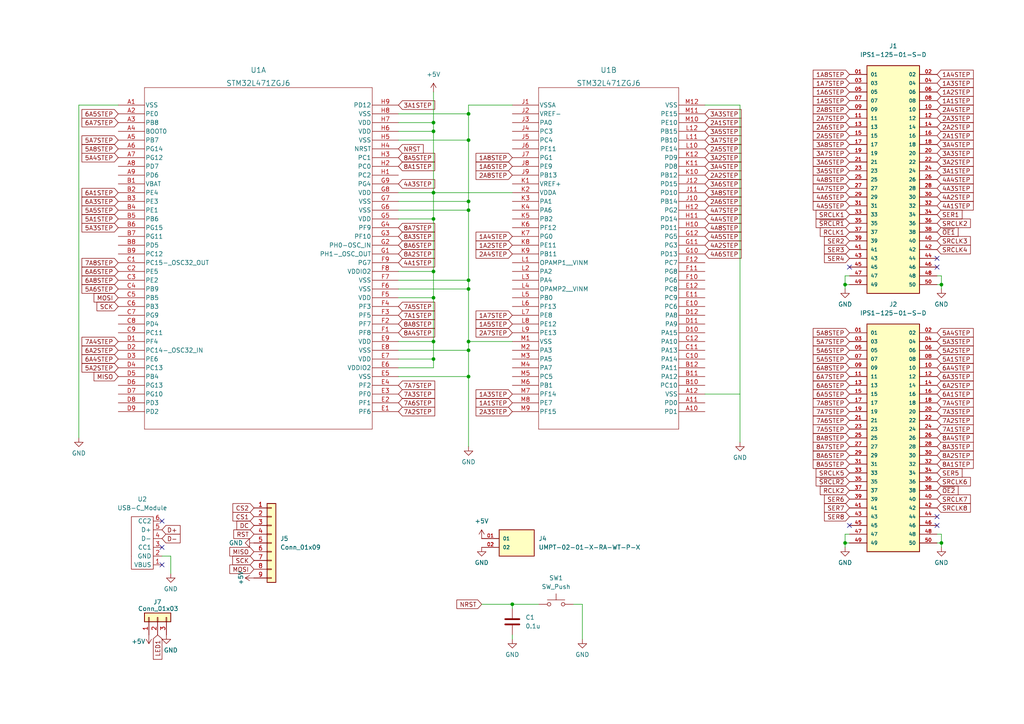
<source format=kicad_sch>
(kicad_sch (version 20211123) (generator eeschema)
  (paper "A4")
  (junction (at 273.05 157.48))
  (junction (at 135.89 33.02))
  (junction (at 135.89 109.22))
  (junction (at 135.89 101.6))
  (junction (at 135.89 60.96))
  (junction (at 125.73 55.88))
  (junction (at 135.89 40.64))
  (junction (at 273.05 82.55))
  (junction (at 245.11 82.55))
  (junction (at 125.73 63.5))
  (junction (at 125.73 86.36))
  (junction (at 135.89 81.28))
  (junction (at 125.73 99.06))
  (junction (at 125.73 35.56))
  (junction (at 135.89 83.82))
  (junction (at 245.11 157.48))
  (junction (at 125.73 38.1))
  (junction (at 135.89 99.06))
  (junction (at 148.59 175.26))
  (junction (at 135.89 58.42))
  (junction (at 125.73 104.14))
  (junction (at 125.73 78.74))
  (no_connect (at 271.78 74.93))
  (no_connect (at 271.78 77.47))
  (no_connect (at 246.38 77.47))
  (no_connect (at 271.78 149.86))
  (no_connect (at 271.78 152.4))
  (no_connect (at 246.38 152.4))
  (no_connect (at 46.99 158.75))
  (no_connect (at 46.99 151.13))
  (no_connect (at 46.99 163.83))
  (wire (pts (xy 273.05 157.48) (xy 273.05 154.94)))
  (wire (pts (xy 245.11 154.94) (xy 245.11 157.48)))
  (wire (pts (xy 115.57 40.64) (xy 135.89 40.64)))
  (wire (pts (xy 246.38 154.94) (xy 245.11 154.94)))
  (wire (pts (xy 148.59 30.48) (xy 135.89 30.48)))
  (wire (pts (xy 204.47 114.3) (xy 214.63 114.3)))
  (wire (pts (xy 273.05 83.82) (xy 273.05 82.55)))
  (wire (pts (xy 115.57 106.68) (xy 125.73 106.68)))
  (wire (pts (xy 245.11 80.01) (xy 245.11 82.55)))
  (wire (pts (xy 245.11 82.55) (xy 245.11 83.82)))
  (wire (pts (xy 135.89 99.06) (xy 148.59 99.06)))
  (wire (pts (xy 135.89 40.64) (xy 135.89 58.42)))
  (wire (pts (xy 148.59 175.26) (xy 148.59 176.53)))
  (wire (pts (xy 148.59 184.15) (xy 148.59 185.42)))
  (wire (pts (xy 125.73 106.68) (xy 125.73 104.14)))
  (wire (pts (xy 273.05 80.01) (xy 271.78 80.01)))
  (wire (pts (xy 115.57 38.1) (xy 125.73 38.1)))
  (wire (pts (xy 125.73 26.67) (xy 125.73 35.56)))
  (wire (pts (xy 115.57 60.96) (xy 135.89 60.96)))
  (wire (pts (xy 245.11 157.48) (xy 245.11 158.75)))
  (wire (pts (xy 273.05 154.94) (xy 271.78 154.94)))
  (wire (pts (xy 168.91 175.26) (xy 168.91 185.42)))
  (wire (pts (xy 214.63 30.48) (xy 214.63 128.27)))
  (wire (pts (xy 148.59 175.26) (xy 156.21 175.26)))
  (wire (pts (xy 271.78 157.48) (xy 273.05 157.48)))
  (wire (pts (xy 125.73 104.14) (xy 125.73 99.06)))
  (wire (pts (xy 115.57 101.6) (xy 135.89 101.6)))
  (wire (pts (xy 245.11 157.48) (xy 246.38 157.48)))
  (wire (pts (xy 135.89 101.6) (xy 135.89 109.22)))
  (wire (pts (xy 271.78 82.55) (xy 273.05 82.55)))
  (wire (pts (xy 22.86 30.48) (xy 34.29 30.48)))
  (wire (pts (xy 125.73 78.74) (xy 125.73 63.5)))
  (wire (pts (xy 273.05 82.55) (xy 273.05 80.01)))
  (wire (pts (xy 135.89 83.82) (xy 135.89 99.06)))
  (wire (pts (xy 135.89 33.02) (xy 135.89 40.64)))
  (wire (pts (xy 135.89 30.48) (xy 135.89 33.02)))
  (wire (pts (xy 115.57 86.36) (xy 125.73 86.36)))
  (wire (pts (xy 125.73 86.36) (xy 125.73 78.74)))
  (wire (pts (xy 135.89 60.96) (xy 135.89 81.28)))
  (wire (pts (xy 49.53 161.29) (xy 46.99 161.29)))
  (wire (pts (xy 115.57 81.28) (xy 135.89 81.28)))
  (wire (pts (xy 166.37 175.26) (xy 168.91 175.26)))
  (wire (pts (xy 115.57 63.5) (xy 125.73 63.5)))
  (wire (pts (xy 49.53 166.37) (xy 49.53 161.29)))
  (wire (pts (xy 135.89 109.22) (xy 115.57 109.22)))
  (wire (pts (xy 273.05 158.75) (xy 273.05 157.48)))
  (wire (pts (xy 139.7 175.26) (xy 148.59 175.26)))
  (wire (pts (xy 125.73 99.06) (xy 125.73 86.36)))
  (wire (pts (xy 115.57 104.14) (xy 125.73 104.14)))
  (wire (pts (xy 135.89 129.54) (xy 135.89 109.22)))
  (wire (pts (xy 125.73 55.88) (xy 125.73 38.1)))
  (wire (pts (xy 125.73 55.88) (xy 148.59 55.88)))
  (wire (pts (xy 125.73 35.56) (xy 115.57 35.56)))
  (wire (pts (xy 115.57 33.02) (xy 135.89 33.02)))
  (wire (pts (xy 115.57 99.06) (xy 125.73 99.06)))
  (wire (pts (xy 204.47 30.48) (xy 214.63 30.48)))
  (wire (pts (xy 246.38 80.01) (xy 245.11 80.01)))
  (wire (pts (xy 115.57 83.82) (xy 135.89 83.82)))
  (wire (pts (xy 115.57 55.88) (xy 125.73 55.88)))
  (wire (pts (xy 115.57 58.42) (xy 135.89 58.42)))
  (wire (pts (xy 22.86 127) (xy 22.86 30.48)))
  (wire (pts (xy 135.89 58.42) (xy 135.89 60.96)))
  (wire (pts (xy 245.11 82.55) (xy 246.38 82.55)))
  (wire (pts (xy 115.57 78.74) (xy 125.73 78.74)))
  (wire (pts (xy 135.89 81.28) (xy 135.89 83.82)))
  (wire (pts (xy 125.73 38.1) (xy 125.73 35.56)))
  (wire (pts (xy 125.73 63.5) (xy 125.73 55.88)))
  (wire (pts (xy 135.89 99.06) (xy 135.89 101.6)))
  (global_label "5A4STEP" (shape input) (at 271.78 96.52 0) (property "Intersheet References" "${INTERSHEET_REFS}" (effects hide)))
  (global_label "8A4STEP" (shape input) (at 115.57 96.52 0) (property "Intersheet References" "${INTERSHEET_REFS}" (effects hide)))
  (global_label "6A1STEP" (shape input) (at -15.24 -54.61 180) (property "Intersheet References" "${INTERSHEET_REFS}" (effects hide)))
  (global_label "8A2STEP" (shape input) (at -15.24 -8.89 180) (property "Intersheet References" "${INTERSHEET_REFS}" (effects hide)))
  (global_label "8A2STEP" (shape input) (at 115.57 73.66 0) (property "Intersheet References" "${INTERSHEET_REFS}" (effects hide)))
  (global_label "1A6STEP" (shape input) (at 246.38 26.67 180) (property "Intersheet References" "${INTERSHEET_REFS}" (effects hide)))
  (global_label "MOSI" (shape input) (at 34.29 86.36 180) (property "Intersheet References" "${INTERSHEET_REFS}" (effects hide)))
  (global_label "7A1STEP" (shape input) (at 115.57 91.44 0) (property "Intersheet References" "${INTERSHEET_REFS}" (effects hide)))
  (global_label "6A5STEP" (shape input) (at -15.24 -44.45 180) (property "Intersheet References" "${INTERSHEET_REFS}" (effects hide)))
  (global_label "7A5STEP" (shape input) (at -15.24 -22.86 180) (property "Intersheet References" "${INTERSHEET_REFS}" (effects hide)))
  (global_label "3A3STEP" (shape input) (at 271.78 44.45 0) (property "Intersheet References" "${INTERSHEET_REFS}" (effects hide)))
  (global_label "6A4STEP" (shape input) (at 34.29 104.14 180) (property "Intersheet References" "${INTERSHEET_REFS}" (effects hide)))
  (global_label "6A7STEP" (shape input) (at 246.38 109.22 180) (property "Intersheet References" "${INTERSHEET_REFS}" (effects hide)))
  (global_label "7A4STEP" (shape input) (at 271.78 116.84 0) (property "Intersheet References" "${INTERSHEET_REFS}" (effects hide)))
  (global_label "6A8STEP" (shape input) (at 34.29 81.28 180) (property "Intersheet References" "${INTERSHEET_REFS}" (effects hide)))
  (global_label "8A4STEP" (shape input) (at 271.78 127 0) (property "Intersheet References" "${INTERSHEET_REFS}" (effects hide)))
  (global_label "3A5STEP" (shape input) (at 246.38 49.53 180) (property "Intersheet References" "${INTERSHEET_REFS}" (effects hide)))
  (global_label "3A4STEP" (shape input) (at 271.78 41.91 0) (property "Intersheet References" "${INTERSHEET_REFS}" (effects hide)))
  (global_label "5A2STEP" (shape input) (at 271.78 101.6 0) (property "Intersheet References" "${INTERSHEET_REFS}" (effects hide)))
  (global_label "6A2STEP" (shape input) (at 34.29 101.6 180) (property "Intersheet References" "${INTERSHEET_REFS}" (effects hide)))
  (global_label "~{OE1}" (shape input) (at 271.78 67.31 0) (property "Intersheet References" "${INTERSHEET_REFS}" (effects hide)))
  (global_label "2A3STEP" (shape input) (at 271.78 34.29 0) (property "Intersheet References" "${INTERSHEET_REFS}" (effects hide)))
  (global_label "1A3STEP" (shape input) (at 271.78 24.13 0) (property "Intersheet References" "${INTERSHEET_REFS}" (effects hide)))
  (global_label "5A3STEP" (shape input) (at 34.29 66.04 180) (property "Intersheet References" "${INTERSHEET_REFS}" (effects hide)))
  (global_label "6A7STEP" (shape input) (at 34.29 35.56 180) (property "Intersheet References" "${INTERSHEET_REFS}" (effects hide)))
  (global_label "8A6STEP" (shape input) (at -15.24 1.27 180) (property "Intersheet References" "${INTERSHEET_REFS}" (effects hide)))
  (global_label "SER8" (shape input) (at 54.61 -35.56 180) (property "Intersheet References" "${INTERSHEET_REFS}" (effects hide)))
  (global_label "2A5STEP" (shape input) (at 246.38 39.37 180) (property "Intersheet References" "${INTERSHEET_REFS}" (effects hide)))
  (global_label "5A2STEP" (shape input) (at -15.24 -73.66 180) (property "Intersheet References" "${INTERSHEET_REFS}" (effects hide)))
  (global_label "2A6STEP" (shape input) (at -30.48 -41.91 180) (property "Intersheet References" "${INTERSHEET_REFS}" (effects hide)))
  (global_label "8A3STEP" (shape input) (at 115.57 68.58 0) (property "Intersheet References" "${INTERSHEET_REFS}" (effects hide)))
  (global_label "2A1STEP" (shape input) (at 271.78 39.37 0) (property "Intersheet References" "${INTERSHEET_REFS}" (effects hide)))
  (global_label "3A8STEP" (shape input) (at -30.48 -15.24 180) (property "Intersheet References" "${INTERSHEET_REFS}" (effects hide)))
  (global_label "4A1STEP" (shape input) (at 115.57 76.2 0) (property "Intersheet References" "${INTERSHEET_REFS}" (effects hide)))
  (global_label "SRCLK7" (shape input) (at 95.25 -49.53 180) (property "Intersheet References" "${INTERSHEET_REFS}" (effects hide)))
  (global_label "LED1" (shape input) (at 38.1 -73.66 180) (property "Intersheet References" "${INTERSHEET_REFS}" (effects hide)))
  (global_label "SRCLK5" (shape input) (at 246.38 137.16 180) (property "Intersheet References" "${INTERSHEET_REFS}" (effects hide)))
  (global_label "3A7STEP" (shape input) (at -30.48 -17.78 180) (property "Intersheet References" "${INTERSHEET_REFS}" (effects hide)))
  (global_label "1A7STEP" (shape input) (at -30.48 -60.96 180) (property "Intersheet References" "${INTERSHEET_REFS}" (effects hide)))
  (global_label "SER6" (shape input) (at 246.38 144.78 180) (property "Intersheet References" "${INTERSHEET_REFS}" (effects hide)))
  (global_label "3A3STEP" (shape input) (at 204.47 33.02 0) (property "Intersheet References" "${INTERSHEET_REFS}" (effects hide)))
  (global_label "5A1STEP" (shape input) (at -15.24 -76.2 180) (property "Intersheet References" "${INTERSHEET_REFS}" (effects hide)))
  (global_label "8A4STEP" (shape input) (at -15.24 -3.81 180) (property "Intersheet References" "${INTERSHEET_REFS}" (effects hide)))
  (global_label "SRCLK3" (shape input) (at 271.78 69.85 0) (property "Intersheet References" "${INTERSHEET_REFS}" (effects hide)))
  (global_label "1A1STEP" (shape input) (at 271.78 29.21 0) (property "Intersheet References" "${INTERSHEET_REFS}" (effects hide)))
  (global_label "4A7STEP" (shape input) (at -30.48 3.81 180) (property "Intersheet References" "${INTERSHEET_REFS}" (effects hide)))
  (global_label "1A1STEP" (shape input) (at 148.59 116.84 180) (property "Intersheet References" "${INTERSHEET_REFS}" (effects hide)))
  (global_label "SER5" (shape input) (at 54.61 -43.18 180) (property "Intersheet References" "${INTERSHEET_REFS}" (effects hide)))
  (global_label "1A3STEP" (shape input) (at 148.59 114.3 180) (property "Intersheet References" "${INTERSHEET_REFS}" (effects hide)))
  (global_label "SER1" (shape input) (at 271.78 62.23 0) (property "Intersheet References" "${INTERSHEET_REFS}" (effects hide)))
  (global_label "5A6STEP" (shape input) (at 34.29 83.82 180) (property "Intersheet References" "${INTERSHEET_REFS}" (effects hide)))
  (global_label "8A7STEP" (shape input) (at 115.57 66.04 0) (property "Intersheet References" "${INTERSHEET_REFS}" (effects hide)))
  (global_label "2A4STEP" (shape input) (at 271.78 31.75 0) (property "Intersheet References" "${INTERSHEET_REFS}" (effects hide)))
  (global_label "3A4STEP" (shape input) (at -30.48 -25.4 180) (property "Intersheet References" "${INTERSHEET_REFS}" (effects hide)))
  (global_label "SER7" (shape input) (at 246.38 147.32 180) (property "Intersheet References" "${INTERSHEET_REFS}" (effects hide)))
  (global_label "4A7STEP" (shape input) (at 246.38 54.61 180) (property "Intersheet References" "${INTERSHEET_REFS}" (effects hide)))
  (global_label "3A6STEP" (shape input) (at 204.47 53.34 0) (property "Intersheet References" "${INTERSHEET_REFS}" (effects hide)))
  (global_label "RST" (shape input) (at 73.66 154.94 180) (property "Intersheet References" "${INTERSHEET_REFS}" (effects hide)))
  (global_label "2A1STEP" (shape input) (at -30.48 -54.61 180) (property "Intersheet References" "${INTERSHEET_REFS}" (effects hide)))
  (global_label "6A1STEP" (shape input) (at 271.78 114.3 0) (property "Intersheet References" "${INTERSHEET_REFS}" (effects hide)))
  (global_label "2A4STEP" (shape input) (at 148.59 73.66 180) (property "Intersheet References" "${INTERSHEET_REFS}" (effects hide)))
  (global_label "8A7STEP" (shape input) (at 246.38 129.54 180) (property "Intersheet References" "${INTERSHEET_REFS}" (effects hide)))
  (global_label "SCK" (shape input) (at 34.29 88.9 180) (property "Intersheet References" "${INTERSHEET_REFS}" (effects hide)))
  (global_label "6A7STEP" (shape input) (at -15.24 -39.37 180) (property "Intersheet References" "${INTERSHEET_REFS}" (effects hide)))
  (global_label "8A8STEP" (shape input) (at -15.24 6.35 180) (property "Intersheet References" "${INTERSHEET_REFS}" (effects hide)))
  (global_label "RCLK2" (shape input) (at 72.39 -60.96 180) (property "Intersheet References" "${INTERSHEET_REFS}" (effects hide)))
  (global_label "RST" (shape input) (at 68.58 -31.75 0) (property "Intersheet References" "${INTERSHEET_REFS}" (effects hide)))
  (global_label "3A1STEP" (shape input) (at -30.48 -33.02 180) (property "Intersheet References" "${INTERSHEET_REFS}" (effects hide)))
  (global_label "2A8STEP" (shape input) (at 246.38 31.75 180) (property "Intersheet References" "${INTERSHEET_REFS}" (effects hide)))
  (global_label "2A3STEP" (shape input) (at -30.48 -49.53 180) (property "Intersheet References" "${INTERSHEET_REFS}" (effects hide)))
  (global_label "SRCLK8" (shape input) (at 271.78 147.32 0) (property "Intersheet References" "${INTERSHEET_REFS}" (effects hide)))
  (global_label "5A5STEP" (shape input) (at 246.38 104.14 180) (property "Intersheet References" "${INTERSHEET_REFS}" (effects hide)))
  (global_label "7A8STEP" (shape input) (at 246.38 116.84 180) (property "Intersheet References" "${INTERSHEET_REFS}" (effects hide)))
  (global_label "3A5STEP" (shape input) (at 204.47 38.1 0) (property "Intersheet References" "${INTERSHEET_REFS}" (effects hide)))
  (global_label "5A2STEP" (shape input) (at 34.29 106.68 180) (property "Intersheet References" "${INTERSHEET_REFS}" (effects hide)))
  (global_label "1A5STEP" (shape input) (at 246.38 29.21 180) (property "Intersheet References" "${INTERSHEET_REFS}" (effects hide)))
  (global_label "1A8STEP" (shape input) (at -30.48 -58.42 180) (property "Intersheet References" "${INTERSHEET_REFS}" (effects hide)))
  (global_label "SER2" (shape input) (at 246.38 69.85 180) (property "Intersheet References" "${INTERSHEET_REFS}" (effects hide)))
  (global_label "2A6STEP" (shape input) (at 246.38 36.83 180) (property "Intersheet References" "${INTERSHEET_REFS}" (effects hide)))
  (global_label "8A7STEP" (shape input) (at -15.24 3.81 180) (property "Intersheet References" "${INTERSHEET_REFS}" (effects hide)))
  (global_label "5A4STEP" (shape input) (at 34.29 45.72 180) (property "Intersheet References" "${INTERSHEET_REFS}" (effects hide)))
  (global_label "6A6STEP" (shape input) (at -15.24 -41.91 180) (property "Intersheet References" "${INTERSHEET_REFS}" (effects hide)))
  (global_label "7A5STEP" (shape input) (at 246.38 124.46 180) (property "Intersheet References" "${INTERSHEET_REFS}" (effects hide)))
  (global_label "4A5STEP" (shape input) (at 246.38 59.69 180) (property "Intersheet References" "${INTERSHEET_REFS}" (effects hide)))
  (global_label "~{OE1}" (shape input) (at 38.1 -30.48 180) (property "Intersheet References" "${INTERSHEET_REFS}" (effects hide)))
  (global_label "2A7STEP" (shape input) (at -30.48 -39.37 180) (property "Intersheet References" "${INTERSHEET_REFS}" (effects hide)))
  (global_label "~{SRCLR1}" (shape input) (at 58.42 -69.85 180) (property "Intersheet References" "${INTERSHEET_REFS}" (effects hide)))
  (global_label "SER5" (shape input) (at 271.78 137.16 0) (property "Intersheet References" "${INTERSHEET_REFS}" (effects hide)))
  (global_label "6A1STEP" (shape input) (at 34.29 55.88 180) (property "Intersheet References" "${INTERSHEET_REFS}" (effects hide)))
  (global_label "8A1STEP" (shape input) (at -15.24 -11.43 180) (property "Intersheet References" "${INTERSHEET_REFS}" (effects hide)))
  (global_label "5A3STEP" (shape input) (at -15.24 -71.12 180) (property "Intersheet References" "${INTERSHEET_REFS}" (effects hide)))
  (global_label "4A8STEP" (shape input) (at 246.38 52.07 180) (property "Intersheet References" "${INTERSHEET_REFS}" (effects hide)))
  (global_label "NRST" (shape input) (at 115.57 43.18 0) (property "Intersheet References" "${INTERSHEET_REFS}" (effects hide)))
  (global_label "1A4STEP" (shape input) (at -30.48 -68.58 180) (property "Intersheet References" "${INTERSHEET_REFS}" (effects hide)))
  (global_label "RCLK1" (shape input) (at 38.1 -33.02 180) (property "Intersheet References" "${INTERSHEET_REFS}" (effects hide)))
  (global_label "6A8STEP" (shape input) (at 246.38 106.68 180) (property "Intersheet References" "${INTERSHEET_REFS}" (effects hide)))
  (global_label "7A6STEP" (shape input) (at -15.24 -20.32 180) (property "Intersheet References" "${INTERSHEET_REFS}" (effects hide)))
  (global_label "8A8STEP" (shape input) (at 115.57 93.98 0) (property "Intersheet References" "${INTERSHEET_REFS}" (effects hide)))
  (global_label "3A2STEP" (shape input) (at -30.48 -30.48 180) (property "Intersheet References" "${INTERSHEET_REFS}" (effects hide)))
  (global_label "6A5STEP" (shape input) (at 246.38 114.3 180) (property "Intersheet References" "${INTERSHEET_REFS}" (effects hide)))
  (global_label "4A3STEP" (shape input) (at 115.57 53.34 0) (property "Intersheet References" "${INTERSHEET_REFS}" (effects hide)))
  (global_label "4A2STEP" (shape input) (at -30.48 -8.89 180) (property "Intersheet References" "${INTERSHEET_REFS}" (effects hide)))
  (global_label "8A5STEP" (shape input) (at -15.24 -1.27 180) (property "Intersheet References" "${INTERSHEET_REFS}" (effects hide)))
  (global_label "SRCLK1" (shape input) (at 246.38 62.23 180) (property "Intersheet References" "${INTERSHEET_REFS}" (effects hide)))
  (global_label "SER4" (shape input) (at 54.61 -45.72 180) (property "Intersheet References" "${INTERSHEET_REFS}" (effects hide)))
  (global_label "7A7STEP" (shape input) (at 246.38 119.38 180) (property "Intersheet References" "${INTERSHEET_REFS}" (effects hide)))
  (global_label "6A6STEP" (shape input) (at 34.29 78.74 180) (property "Intersheet References" "${INTERSHEET_REFS}" (effects hide)))
  (global_label "5A5STEP" (shape input) (at -15.24 -66.04 180) (property "Intersheet References" "${INTERSHEET_REFS}" (effects hide)))
  (global_label "7A4STEP" (shape input) (at 34.29 99.06 180) (property "Intersheet References" "${INTERSHEET_REFS}" (effects hide)))
  (global_label "8A2STEP" (shape input) (at 271.78 132.08 0) (property "Intersheet References" "${INTERSHEET_REFS}" (effects hide)))
  (global_label "8A6STEP" (shape input) (at 246.38 132.08 180) (property "Intersheet References" "${INTERSHEET_REFS}" (effects hide)))
  (global_label "5A7STEP" (shape input) (at 246.38 99.06 180) (property "Intersheet References" "${INTERSHEET_REFS}" (effects hide)))
  (global_label "~{SRCLR1}" (shape input) (at 246.38 64.77 180) (property "Intersheet References" "${INTERSHEET_REFS}" (effects hide)))
  (global_label "1A1STEP" (shape input) (at -30.48 -76.2 180) (property "Intersheet References" "${INTERSHEET_REFS}" (effects hide)))
  (global_label "1A4STEP" (shape input) (at 271.78 21.59 0) (property "Intersheet References" "${INTERSHEET_REFS}" (effects hide)))
  (global_label "~{OE2}" (shape input) (at 271.78 142.24 0) (property "Intersheet References" "${INTERSHEET_REFS}" (effects hide)))
  (global_label "7A8STEP" (shape input) (at 34.29 76.2 180) (property "Intersheet References" "${INTERSHEET_REFS}" (effects hide)))
  (global_label "1A7STEP" (shape input) (at 246.38 24.13 180) (property "Intersheet References" "${INTERSHEET_REFS}" (effects hide)))
  (global_label "8A3STEP" (shape input) (at -15.24 -6.35 180) (property "Intersheet References" "${INTERSHEET_REFS}" (effects hide)))
  (global_label "4A1STEP" (shape input) (at 271.78 59.69 0) (property "Intersheet References" "${INTERSHEET_REFS}" (effects hide)))
  (global_label "8A8STEP" (shape input) (at 246.38 127 180) (property "Intersheet References" "${INTERSHEET_REFS}" (effects hide)))
  (global_label "3A7STEP" (shape input) (at 204.47 40.64 0) (property "Intersheet References" "${INTERSHEET_REFS}" (effects hide)))
  (global_label "SER2" (shape input) (at 54.61 -50.8 180) (property "Intersheet References" "${INTERSHEET_REFS}" (effects hide)))
  (global_label "5A6STEP" (shape input) (at -15.24 -63.5 180) (property "Intersheet References" "${INTERSHEET_REFS}" (effects hide)))
  (global_label "6A3STEP" (shape input) (at 34.29 58.42 180) (property "Intersheet References" "${INTERSHEET_REFS}" (effects hide)))
  (global_label "6A2STEP" (shape input) (at 271.78 111.76 0) (property "Intersheet References" "${INTERSHEET_REFS}" (effects hide)))
  (global_label "3A5STEP" (shape input) (at -30.48 -22.86 180) (property "Intersheet References" "${INTERSHEET_REFS}" (effects hide)))
  (global_label "D+" (shape input) (at 46.99 153.67 0) (property "Intersheet References" "${INTERSHEET_REFS}" (effects hide)))
  (global_label "6A6STEP" (shape input) (at 246.38 111.76 180) (property "Intersheet References" "${INTERSHEET_REFS}" (effects hide)))
  (global_label "8A6STEP" (shape input) (at 115.57 71.12 0) (property "Intersheet References" "${INTERSHEET_REFS}" (effects hide)))
  (global_label "7A7STEP" (shape input) (at -15.24 -17.78 180) (property "Intersheet References" "${INTERSHEET_REFS}" (effects hide)))
  (global_label "6A3STEP" (shape input) (at 271.78 109.22 0) (property "Intersheet References" "${INTERSHEET_REFS}" (effects hide)))
  (global_label "SRCLK2" (shape input) (at 95.25 -62.23 180) (property "Intersheet References" "${INTERSHEET_REFS}" (effects hide)))
  (global_label "SRCLK1" (shape input) (at 95.25 -64.77 180) (property "Intersheet References" "${INTERSHEET_REFS}" (effects hide)))
  (global_label "SRCLK4" (shape input) (at 271.78 72.39 0) (property "Intersheet References" "${INTERSHEET_REFS}" (effects hide)))
  (global_label "5A3STEP" (shape input) (at 271.78 99.06 0) (property "Intersheet References" "${INTERSHEET_REFS}" (effects hide)))
  (global_label "MISO" (shape input) (at 73.66 160.02 180) (property "Intersheet References" "${INTERSHEET_REFS}" (effects hide)))
  (global_label "4A5STEP" (shape input) (at 204.47 68.58 0) (property "Intersheet References" "${INTERSHEET_REFS}" (effects hide)))
  (global_label "3A6STEP" (shape input) (at -30.48 -20.32 180) (property "Intersheet References" "${INTERSHEET_REFS}" (effects hide)))
  (global_label "6A5STEP" (shape input) (at 34.29 33.02 180) (property "Intersheet References" "${INTERSHEET_REFS}" (effects hide)))
  (global_label "5A1STEP" (shape input) (at 34.29 63.5 180) (property "Intersheet References" "${INTERSHEET_REFS}" (effects hide)))
  (global_label "SRCLK8" (shape input) (at 95.25 -46.99 180) (property "Intersheet References" "${INTERSHEET_REFS}" (effects hide)))
  (global_label "5A5STEP" (shape input) (at 34.29 60.96 180) (property "Intersheet References" "${INTERSHEET_REFS}" (effects hide)))
  (global_label "1A7STEP" (shape input) (at 148.59 91.44 180) (property "Intersheet References" "${INTERSHEET_REFS}" (effects hide)))
  (global_label "~{OE2}" (shape input) (at 68.58 -41.91 180) (property "Intersheet References" "${INTERSHEET_REFS}" (effects hide)))
  (global_label "7A8STEP" (shape input) (at -15.24 -15.24 180) (property "Intersheet References" "${INTERSHEET_REFS}" (effects hide)))
  (global_label "2A4STEP" (shape input) (at -30.48 -46.99 180) (property "Intersheet References" "${INTERSHEET_REFS}" (effects hide)))
  (global_label "6A3STEP" (shape input) (at -15.24 -49.53 180) (property "Intersheet References" "${INTERSHEET_REFS}" (effects hide)))
  (global_label "4A3STEP" (shape input) (at -30.48 -6.35 180) (property "Intersheet References" "${INTERSHEET_REFS}" (effects hide)))
  (global_label "4A5STEP" (shape input) (at -30.48 -1.27 180) (property "Intersheet References" "${INTERSHEET_REFS}" (effects hide)))
  (global_label "4A4STEP" (shape input) (at -30.48 -3.81 180) (property "Intersheet References" "${INTERSHEET_REFS}" (effects hide)))
  (global_label "7A3STEP" (shape input) (at 115.57 114.3 0) (property "Intersheet References" "${INTERSHEET_REFS}" (effects hide)))
  (global_label "CS2" (shape input) (at 73.66 147.32 180) (property "Intersheet References" "${INTERSHEET_REFS}" (effects hide)))
  (global_label "7A3STEP" (shape input) (at -15.24 -27.94 180) (property "Intersheet References" "${INTERSHEET_REFS}" (effects hide)))
  (global_label "5A8STEP" (shape input) (at 34.29 43.18 180) (property "Intersheet References" "${INTERSHEET_REFS}" (effects hide)))
  (global_label "7A1STEP" (shape input) (at -15.24 -33.02 180) (property "Intersheet References" "${INTERSHEET_REFS}" (effects hide)))
  (global_label "4A6STEP" (shape input) (at 246.38 57.15 180) (property "Intersheet References" "${INTERSHEET_REFS}" (effects hide)))
  (global_label "1A5STEP" (shape input) (at -30.48 -66.04 180) (property "Intersheet References" "${INTERSHEET_REFS}" (effects hide)))
  (global_label "7A5STEP" (shape input) (at 115.57 88.9 0) (property "Intersheet References" "${INTERSHEET_REFS}" (effects hide)))
  (global_label "3A8STEP" (shape input) (at 246.38 41.91 180) (property "Intersheet References" "${INTERSHEET_REFS}" (effects hide)))
  (global_label "3A6STEP" (shape input) (at 246.38 46.99 180) (property "Intersheet References" "${INTERSHEET_REFS}" (effects hide)))
  (global_label "4A8STEP" (shape input) (at -30.48 6.35 180) (property "Intersheet References" "${INTERSHEET_REFS}" (effects hide)))
  (global_label "SRCLK3" (shape input) (at 95.25 -59.69 180) (property "Intersheet References" "${INTERSHEET_REFS}" (effects hide)))
  (global_label "1A5STEP" (shape input) (at 148.59 93.98 180) (property "Intersheet References" "${INTERSHEET_REFS}" (effects hide)))
  (global_label "7A6STEP" (shape input) (at 115.57 116.84 0) (property "Intersheet References" "${INTERSHEET_REFS}" (effects hide)))
  (global_label "4A8STEP" (shape input) (at 204.47 66.04 0) (property "Intersheet References" "${INTERSHEET_REFS}" (effects hide)))
  (global_label "DC" (shape input) (at 73.66 152.4 180) (property "Intersheet References" "${INTERSHEET_REFS}" (effects hide)))
  (global_label "8A5STEP" (shape input) (at 115.57 45.72 0) (property "Intersheet References" "${INTERSHEET_REFS}" (effects hide)))
  (global_label "6A2STEP" (shape input) (at -15.24 -52.07 180) (property "Intersheet References" "${INTERSHEET_REFS}" (effects hide)))
  (global_label "~{SRCLR2}" (shape input) (at 246.38 139.7 180) (property "Intersheet References" "${INTERSHEET_REFS}" (effects hide)))
  (global_label "SRCLK7" (shape input) (at 271.78 144.78 0) (property "Intersheet References" "${INTERSHEET_REFS}" (effects hide)))
  (global_label "SER7" (shape input) (at 54.61 -38.1 180) (property "Intersheet References" "${INTERSHEET_REFS}" (effects hide)))
  (global_label "8A3STEP" (shape input) (at 271.78 129.54 0) (property "Intersheet References" "${INTERSHEET_REFS}" (effects hide)))
  (global_label "3A1STEP" (shape input) (at 271.78 49.53 0) (property "Intersheet References" "${INTERSHEET_REFS}" (effects hide)))
  (global_label "7A2STEP" (shape input) (at 271.78 121.92 0) (property "Intersheet References" "${INTERSHEET_REFS}" (effects hide)))
  (global_label "2A7STEP" (shape input) (at 148.59 96.52 180) (property "Intersheet References" "${INTERSHEET_REFS}" (effects hide)))
  (global_label "1A2STEP" (shape input) (at -30.48 -73.66 180) (property "Intersheet References" "${INTERSHEET_REFS}" (effects hide)))
  (global_label "CS2" (shape input) (at 68.58 -24.13 0) (property "Intersheet References" "${INTERSHEET_REFS}" (effects hide)))
  (global_label "5A8STEP" (shape input) (at -15.24 -58.42 180) (property "Intersheet References" "${INTERSHEET_REFS}" (effects hide)))
  (global_label "4A6STEP" (shape input) (at 204.47 73.66 0) (property "Intersheet References" "${INTERSHEET_REFS}" (effects hide)))
  (global_label "4A4STEP" (shape input) (at 271.78 52.07 0) (property "Intersheet References" "${INTERSHEET_REFS}" (effects hide)))
  (global_label "6A8STEP" (shape input) (at -15.24 -36.83 180) (property "Intersheet References" "${INTERSHEET_REFS}" (effects hide)))
  (global_label "D-" (shape input) (at 46.99 156.21 0) (property "Intersheet References" "${INTERSHEET_REFS}" (effects hide)))
  (global_label "SER1" (shape input) (at 54.61 -53.34 180) (property "Intersheet References" "${INTERSHEET_REFS}" (effects hide)))
  (global_label "CS1" (shape input) (at 73.66 149.86 180) (property "Intersheet References" "${INTERSHEET_REFS}" (effects hide)))
  (global_label "7A2STEP" (shape input) (at -15.24 -30.48 180) (property "Intersheet References" "${INTERSHEET_REFS}" (effects hide)))
  (global_label "8A1STEP" (shape input) (at 115.57 48.26 0) (property "Intersheet References" "${INTERSHEET_REFS}" (effects hide)))
  (global_label "5A1STEP" (shape input) (at 271.78 104.14 0) (property "Intersheet References" "${INTERSHEET_REFS}" (effects hide)))
  (global_label "3A7STEP" (shape input) (at 246.38 44.45 180) (property "Intersheet References" "${INTERSHEET_REFS}" (effects hide)))
  (global_label "3A3STEP" (shape input) (at -30.48 -27.94 180) (property "Intersheet References" "${INTERSHEET_REFS}" (effects hide)))
  (global_label "1A2STEP" (shape input) (at 148.59 71.12 180) (property "Intersheet References" "${INTERSHEET_REFS}" (effects hide)))
  (global_label "3A4STEP" (shape input) (at 204.47 48.26 0) (property "Intersheet References" "${INTERSHEET_REFS}" (effects hide)))
  (global_label "RCLK2" (shape input) (at 246.38 142.24 180) (property "Intersheet References" "${INTERSHEET_REFS}" (effects hide)))
  (global_label "3A1STEP" (shape input) (at 115.57 30.48 0) (property "Intersheet References" "${INTERSHEET_REFS}" (effects hide)))
  (global_label "2A1STEP" (shape input) (at 204.47 35.56 0) (property "Intersheet References" "${INTERSHEET_REFS}" (effects hide)))
  (global_label "2A5STEP" (shape input) (at 204.47 43.18 0) (property "Intersheet References" "${INTERSHEET_REFS}" (effects hide)))
  (global_label "1A8STEP" (shape input) (at 246.38 21.59 180) (property "Intersheet References" "${INTERSHEET_REFS}" (effects hide)))
  (global_label "2A2STEP" (shape input) (at 271.78 36.83 0) (property "Intersheet References" "${INTERSHEET_REFS}" (effects hide)))
  (global_label "SER3" (shape input) (at 246.38 72.39 180) (property "Intersheet References" "${INTERSHEET_REFS}" (effects hide)))
  (global_label "2A5STEP" (shape input) (at -30.48 -44.45 180) (property "Intersheet References" "${INTERSHEET_REFS}" (effects hide)))
  (global_label "NRST" (shape input) (at 139.7 175.26 180) (property "Intersheet References" "${INTERSHEET_REFS}" (effects hide)))
  (global_label "SRCLK4" (shape input) (at 95.25 -57.15 180) (property "Intersheet References" "${INTERSHEET_REFS}" (effects hide)))
  (global_label "7A1STEP" (shape input) (at 271.78 124.46 0) (property "Intersheet References" "${INTERSHEET_REFS}" (effects hide)))
  (global_label "4A2STEP" (shape input) (at 271.78 57.15 0) (property "Intersheet References" "${INTERSHEET_REFS}" (effects hide)))
  (global_label "3A8STEP" (shape input) (at 204.47 55.88 0) (property "Intersheet References" "${INTERSHEET_REFS}" (effects hide)))
  (global_label "SCK" (shape input) (at 73.66 162.56 180) (property "Intersheet References" "${INTERSHEET_REFS}" (effects hide)))
  (global_label "7A2STEP" (shape input) (at 115.57 119.38 0) (property "Intersheet References" "${INTERSHEET_REFS}" (effects hide)))
  (global_label "2A7STEP" (shape input) (at 246.38 34.29 180) (property "Intersheet References" "${INTERSHEET_REFS}" (effects hide)))
  (global_label "2A3STEP" (shape input) (at 148.59 119.38 180) (property "Intersheet References" "${INTERSHEET_REFS}" (effects hide)))
  (global_label "1A3STEP" (shape input) (at -30.48 -71.12 180) (property "Intersheet References" "${INTERSHEET_REFS}" (effects hide)))
  (global_label "5A6STEP" (shape input) (at 246.38 101.6 180) (property "Intersheet References" "${INTERSHEET_REFS}" (effects hide)))
  (global_label "7A4STEP" (shape input) (at -15.24 -25.4 180) (property "Intersheet References" "${INTERSHEET_REFS}" (effects hide)))
  (global_label "SRCLK6" (shape input) (at 95.25 -52.07 180) (property "Intersheet References" "${INTERSHEET_REFS}" (effects hide)))
  (global_label "7A6STEP" (shape input) (at 246.38 121.92 180) (property "Intersheet References" "${INTERSHEET_REFS}" (effects hide)))
  (global_label "5A8STEP" (shape input) (at 246.38 96.52 180) (property "Intersheet References" "${INTERSHEET_REFS}" (effects hide)))
  (global_label "LED1" (shape input) (at 45.72 184.15 270) (property "Intersheet References" "${INTERSHEET_REFS}" (effects hide)))
  (global_label "6A4STEP" (shape input) (at -15.24 -46.99 180) (property "Intersheet References" "${INTERSHEET_REFS}" (effects hide)))
  (global_label "1A6STEP" (shape input) (at 148.59 48.26 180) (property "Intersheet References" "${INTERSHEET_REFS}" (effects hide)))
  (global_label "2A8STEP" (shape input) (at -30.48 -36.83 180) (property "Intersheet References" "${INTERSHEET_REFS}" (effects hide)))
  (global_label "1A4STEP" (shape input) (at 148.59 68.58 180) (property "Intersheet References" "${INTERSHEET_REFS}" (effects hide)))
  (global_label "7A3STEP" (shape input) (at 271.78 119.38 0) (property "Intersheet References" "${INTERSHEET_REFS}" (effects hide)))
  (global_label "MOSI" (shape input) (at 73.66 165.1 180) (property "Intersheet References" "${INTERSHEET_REFS}" (effects hide)))
  (global_label "1A6STEP" (shape input) (at -30.48 -63.5 180) (property "Intersheet References" "${INTERSHEET_REFS}" (effects hide)))
  (global_label "7A7STEP" (shape input) (at 115.57 111.76 0) (property "Intersheet References" "${INTERSHEET_REFS}" (effects hide)))
  (global_label "CS1" (shape input) (at 68.58 -26.67 0) (property "Intersheet References" "${INTERSHEET_REFS}" (effects hide)))
  (global_label "4A2STEP" (shape input) (at 204.47 71.12 0) (property "Intersheet References" "${INTERSHEET_REFS}" (effects hide)))
  (global_label "2A8STEP" (shape input) (at 148.59 50.8 180) (property "Intersheet References" "${INTERSHEET_REFS}" (effects hide)))
  (global_label "6A4STEP" (shape input) (at 271.78 106.68 0) (property "Intersheet References" "${INTERSHEET_REFS}" (effects hide)))
  (global_label "DC" (shape input) (at 68.58 -29.21 0) (property "Intersheet References" "${INTERSHEET_REFS}" (effects hide)))
  (global_label "4A4STEP" (shape input) (at 204.47 63.5 0) (property "Intersheet References" "${INTERSHEET_REFS}" (effects hide)))
  (global_label "2A2STEP" (shape input) (at -30.48 -52.07 180) (property "Intersheet References" "${INTERSHEET_REFS}" (effects hide)))
  (global_label "SER6" (shape input) (at 54.61 -40.64 180) (property "Intersheet References" "${INTERSHEET_REFS}" (effects hide)))
  (global_label "3A2STEP" (shape input) (at 271.78 46.99 0) (property "Intersheet References" "${INTERSHEET_REFS}" (effects hide)))
  (global_label "4A6STEP" (shape input) (at -30.48 1.27 180) (property "Intersheet References" "${INTERSHEET_REFS}" (effects hide)))
  (global_label "1A2STEP" (shape input) (at 271.78 26.67 0) (property "Intersheet References" "${INTERSHEET_REFS}" (effects hide)))
  (global_label "2A2STEP" (shape input) (at 204.47 50.8 0) (property "Intersheet References" "${INTERSHEET_REFS}" (effects hide)))
  (global_label "5A4STEP" (shape input) (at -15.24 -68.58 180) (property "Intersheet References" "${INTERSHEET_REFS}" (effects hide)))
  (global_label "RCLK1" (shape input) (at 246.38 67.31 180) (property "Intersheet References" "${INTERSHEET_REFS}" (effects hide)))
  (global_label "5A7STEP" (shape input) (at 34.29 40.64 180) (property "Intersheet References" "${INTERSHEET_REFS}" (effects hide)))
  (global_label "8A1STEP" (shape input) (at 271.78 134.62 0) (property "Intersheet References" "${INTERSHEET_REFS}" (effects hide)))
  (global_label "SRCLK2" (shape input) (at 271.78 64.77 0) (property "Intersheet References" "${INTERSHEET_REFS}" (effects hide)))
  (global_label "SER3" (shape input) (at 54.61 -48.26 180) (property "Intersheet References" "${INTERSHEET_REFS}" (effects hide)))
  (global_label "~{SRCLR2}" (shape input) (at 58.42 -67.31 180) (property "Intersheet References" "${INTERSHEET_REFS}" (effects hide)))
  (global_label "MISO" (shape input) (at 34.29 109.22 180) (property "Intersheet References" "${INTERSHEET_REFS}" (effects hide)))
  (global_label "4A3STEP" (shape input) (at 271.78 54.61 0) (property "Intersheet References" "${INTERSHEET_REFS}" (effects hide)))
  (global_label "8A5STEP" (shape input) (at 246.38 134.62 180) (property "Intersheet References" "${INTERSHEET_REFS}" (effects hide)))
  (global_label "1A8STEP" (shape input) (at 148.59 45.72 180) (property "Intersheet References" "${INTERSHEET_REFS}" (effects hide)))
  (global_label "SRCLK6" (shape input) (at 271.78 139.7 0) (property "Intersheet References" "${INTERSHEET_REFS}" (effects hide)))
  (global_label "3A2STEP" (shape input) (at 204.47 45.72 0) (property "Intersheet References" "${INTERSHEET_REFS}" (effects hide)))
  (global_label "2A6STEP" (shape input) (at 204.47 58.42 0) (property "Intersheet References" "${INTERSHEET_REFS}" (effects hide)))
  (global_label "SER8" (shape input) (at 246.38 149.86 180) (property "Intersheet References" "${INTERSHEET_REFS}" (effects hide)))
  (global_label "4A7STEP" (shape input) (at 204.47 60.96 0) (property "Intersheet References" "${INTERSHEET_REFS}" (effects hide)))
  (global_label "5A7STEP" (shape input) (at -15.24 -60.96 180) (property "Intersheet References" "${INTERSHEET_REFS}" (effects hide)))
  (global_label "4A1STEP" (shape input) (at -30.48 -11.43 180) (property "Intersheet References" "${INTERSHEET_REFS}" (effects hide)))
  (global_label "SER4" (shape input) (at 246.38 74.93 180) (property "Intersheet References" "${INTERSHEET_REFS}" (effects hide)))
  (global_label "SRCLK5" (shape input) (at 95.25 -54.61 180) (property "Intersheet References" "${INTERSHEET_REFS}" (effects hide)))
  (symbol (lib_id "Samtec:UMPT-02-01-X-RA-WT-P-X") (at 149.86 156.21 0) (unit 1)
    (property "Reference" "J4" (at 156.21 156.2099 0) (effects (justify left)))
    (property "Value" "UMPT-02-01-X-RA-WT-P-X" (at 156.21 158.7499 0) (effects (justify left)))
    (property "Footprint" "REFERENCES:SAMTEC_UMPT-02-01-X-RA-WT-P-X" (effects hide))
    (property "STANDARD" "Manufacturer Recommendations" (effects hide))
    (property "MAXIMUM_PACKAGE_HEIGHT" "13.35 mm" (effects hide))
    (property "MANUFACTURER" "Samtec" (effects hide))
    (property "PARTREV" "4" (effects hide))
  )
  (symbol (lib_id "power:GND") (at 214.63 128.27 0) (unit 1)
    (property "Reference" "#PWR05" (effects hide))
    (property "Value" "GND" (at 214.63 132.715 0))
  )
  (symbol (lib_id "power:GND") (at 245.11 83.82 0) (unit 1)
    (property "Reference" "#PWR02" (effects hide))
    (property "Value" "GND" (at 245.11 88.265 0))
  )
  (symbol (lib_id "power:GND") (at 168.91 185.42 0) (unit 1)
    (property "Reference" "#PWR018" (effects hide))
    (property "Value" "GND" (at 168.91 189.865 0))
  )
  (symbol (lib_id "power:GND") (at 48.26 184.15 0) (unit 1)
    (property "Reference" "#PWR016" (effects hide))
    (property "Value" "GND" (at 49.53 188.595 0))
  )
  (symbol (lib_id "power:+5V") (at 43.18 184.15 180) (unit 1)
    (property "Reference" "#PWR015" (effects hide))
    (property "Value" "+5V" (at 38.1 186.055 0) (effects (justify right)))
  )
  (symbol (lib_id "Switch:SW_Push") (at 161.29 175.26 0) (unit 1)
    (property "Reference" "SW1" (at 161.29 167.64 0))
    (property "Value" "SW_Push" (at 161.29 170.18 0))
  )
  (symbol (lib_id "power:GND") (at 139.7 158.75 0) (unit 1)
    (property "Reference" "#PWR09" (effects hide))
    (property "Value" "GND" (at 139.7 163.195 0))
  )
  (symbol (lib_id "power:GND") (at 135.89 129.54 0) (unit 1)
    (property "Reference" "#PWR06" (effects hide))
    (property "Value" "GND" (at 135.89 133.985 0))
  )
  (symbol (lib_id "IPS1-125-01-S-D:IPS1-125-01-S-D") (at 259.08 127 0) (unit 1)
    (property "Reference" "J2" (at 259.08 88.265 0))
    (property "Value" "IPS1-125-01-S-D" (at 259.08 90.805 0))
    (property "Footprint" "Library:SAMTEC_IPS1-125-01-S-D" (effects hide))
    (property "STANDARD" "Manufacturer Recommendations" (effects hide))
    (property "PARTREV" "R" (effects hide))
    (property "MANUFACTURER" "Samtec" (effects hide))
  )
  (symbol (lib_id "Device:C") (at 148.59 180.34 0) (unit 1)
    (property "Reference" "C1" (at 152.4 179.0699 0) (effects (justify left)))
    (property "Value" "0.1u" (at 152.4 181.6099 0) (effects (justify left)))
  )
  (symbol (lib_id "usb:USB-C_Module") (at 44.45 165.1 90) (unit 1)
    (property "Reference" "U2" (at 41.275 144.78 90))
    (property "Value" "USB-C_Module" (at 41.275 147.32 90))
    (property "Footprint" "REFERENCES:USB-C-MODULE" (effects hide))
  )
  (symbol (lib_id "power:+5V") (at 73.66 167.64 90) (unit 1)
    (property "Reference" "#PWR014" (effects hide))
    (property "Value" "+5V" (at 69.85 167.64 0))
  )
  (symbol (lib_id "Connector_Generic:Conn_01x03") (at 45.72 179.07 90) (unit 1)
    (property "Reference" "J7" (at 44.45 174.625 90) (effects (justify right)))
    (property "Value" "Conn_01x03" (at 40.005 176.53 90) (effects (justify right)))
    (property "Footprint" "REFERENCES:3-PIN TERMINAL" (effects hide))
  )
  (symbol (lib_id "power:GND") (at 273.05 158.75 0) (unit 1)
    (property "Reference" "#PWR011" (effects hide))
    (property "Value" "GND" (at 273.05 163.195 0))
  )
  (symbol (lib_id "power:GND") (at 148.59 185.42 0) (unit 1)
    (property "Reference" "#PWR017" (effects hide))
    (property "Value" "GND" (at 148.59 189.865 0))
  )
  (symbol (lib_id "power:GND") (at 273.05 83.82 0) (unit 1)
    (property "Reference" "#PWR03" (effects hide))
    (property "Value" "GND" (at 273.05 88.265 0))
  )
  (symbol (lib_id "IPS1-125-01-S-D:IPS1-125-01-S-D") (at 259.08 52.07 0) (unit 1)
    (property "Reference" "J1" (at 259.08 13.335 0))
    (property "Value" "IPS1-125-01-S-D" (at 259.08 15.875 0))
    (property "Footprint" "Library:SAMTEC_IPS1-125-01-S-D" (effects hide))
    (property "STANDARD" "Manufacturer Recommendations" (effects hide))
    (property "PARTREV" "R" (effects hide))
    (property "MANUFACTURER" "Samtec" (effects hide))
  )
  (symbol (lib_id "Connector_Generic:Conn_01x09") (at 78.74 157.48 0) (unit 1)
    (property "Reference" "J5" (at 81.28 156.2099 0) (effects (justify left)))
    (property "Value" "Conn_01x09" (at 81.28 158.7499 0) (effects (justify left)))
    (property "Footprint" "Connector_PinHeader_2.54mm:PinHeader_1x09_P2.54mm_Vertical" (effects hide))
  )
  (symbol (lib_id "STM32L471ZGJ6:STM32L471ZGJ6") (at 148.59 30.48 0) (unit 2)
    (property "Reference" "U1" (at 176.53 20.32 0) (effects (font (size 1.524 1.524))))
    (property "Value" "STM32L471ZGJ6" (at 176.53 24.13 0) (effects (font (size 1.524 1.524))))
    (property "Footprint" "Library:BGA144C80P12X12_1000X1000X60" (effects hide))
    (property "Datasheet" "STM32L471ZGJ6" (effects hide))
  )
  (symbol (lib_id "power:GND") (at 73.66 157.48 270) (unit 1)
    (property "Reference" "#PWR08" (effects hide))
    (property "Value" "GND" (at 70.485 157.4799 90) (effects (justify right)))
  )
  (symbol (lib_id "power:+5V") (at 125.73 26.67 0) (unit 1)
    (property "Reference" "#PWR01" (effects hide))
    (property "Value" "+5V" (at 125.73 21.59 0))
  )
  (symbol (lib_id "power:GND") (at 245.11 158.75 0) (unit 1)
    (property "Reference" "#PWR010" (effects hide))
    (property "Value" "GND" (at 245.11 163.195 0))
  )
  (symbol (lib_id "power:+5V") (at 139.7 156.21 0) (unit 1)
    (property "Reference" "#PWR07" (effects hide))
    (property "Value" "+5V" (at 139.7 151.13 0))
  )
  (symbol (lib_id "power:GND") (at 49.53 166.37 0) (unit 1)
    (property "Reference" "#PWR013" (effects hide))
    (property "Value" "GND" (at 49.53 170.815 0))
  )
  (symbol (lib_id "STM32L471ZGJ6:STM32L471ZGJ6") (at 34.29 30.48 0) (unit 1)
    (property "Reference" "U1" (at 74.93 20.32 0) (effects (font (size 1.524 1.524))))
    (property "Value" "STM32L471ZGJ6" (at 74.93 24.13 0) (effects (font (size 1.524 1.524))))
    (property "Footprint" "Library:BGA144C80P12X12_1000X1000X60" (effects hide))
    (property "Datasheet" "STM32L471ZGJ6" (effects hide))
  )
  (symbol (lib_id "power:GND") (at 22.86 127 0) (unit 1)
    (property "Reference" "#PWR04" (effects hide))
    (property "Value" "GND" (at 22.86 131.445 0))
  )
)
</source>
